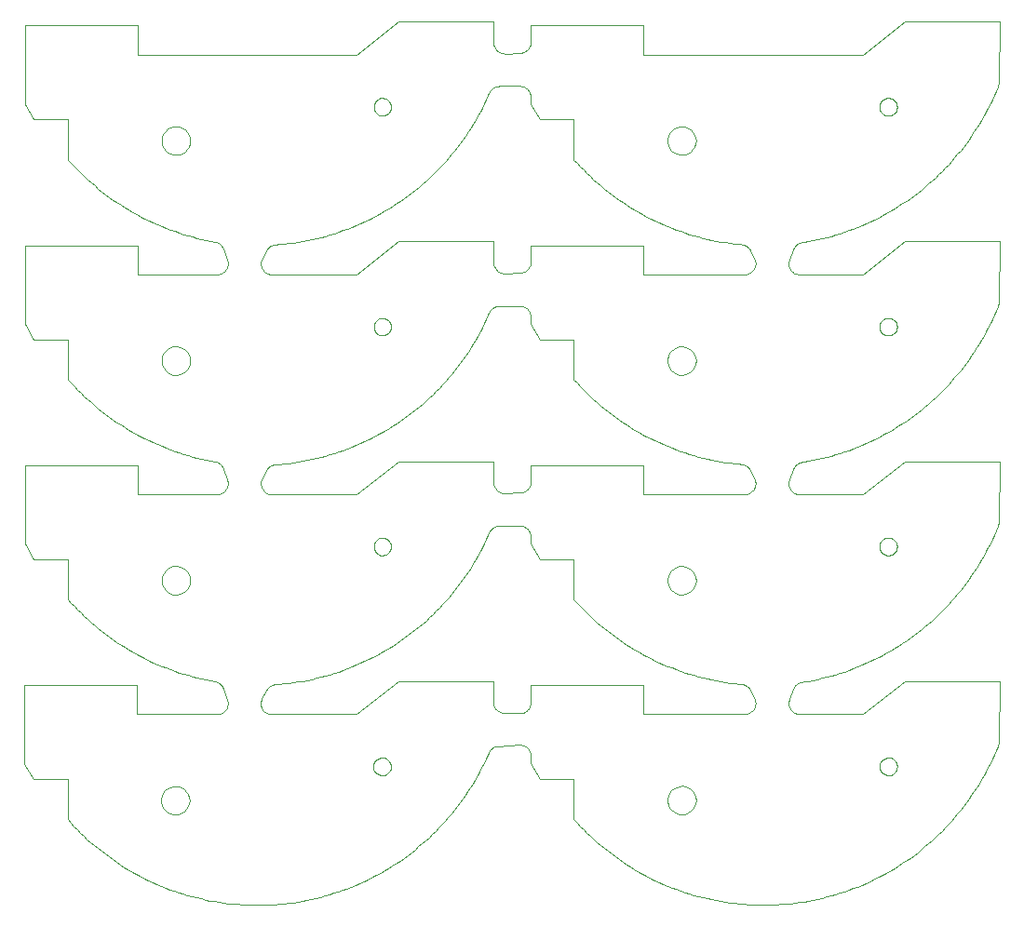
<source format=gko>
%MOIN*%
%OFA0B0*%
%FSLAX44Y44*%
%IPPOS*%
%LPD*%
%ADD10C,0*%
D10*
X00023561Y00026860D02*
X00023561Y00026860D01*
X00023450Y00026866D01*
X00023344Y00026896D01*
X00023246Y00026948D01*
X00023161Y00027020D01*
X00023094Y00027108D01*
X00023048Y00027208D01*
X00023024Y00027316D01*
X00023024Y00027427D01*
X00023048Y00027535D01*
X00023094Y00027635D01*
X00023161Y00027724D01*
X00023246Y00027795D01*
X00023344Y00027847D01*
X00023450Y00027877D01*
X00023561Y00027883D01*
X00023670Y00027865D01*
X00023773Y00027824D01*
X00023864Y00027762D01*
X00023940Y00027681D01*
X00023997Y00027586D01*
X00024033Y00027482D01*
X00024045Y00027372D01*
X00024033Y00027262D01*
X00023997Y00027157D01*
X00023940Y00027062D01*
X00023864Y00026981D01*
X00023773Y00026919D01*
X00023670Y00026878D01*
X00023561Y00026860D01*
X00030952Y00028268D02*
X00030952Y00028268D01*
X00030884Y00028271D01*
X00030818Y00028290D01*
X00030758Y00028321D01*
X00030706Y00028366D01*
X00030665Y00028420D01*
X00030636Y00028482D01*
X00030621Y00028548D01*
X00030621Y00028616D01*
X00030636Y00028683D01*
X00030665Y00028745D01*
X00030706Y00028799D01*
X00030758Y00028843D01*
X00030818Y00028875D01*
X00030884Y00028893D01*
X00030952Y00028897D01*
X00031019Y00028886D01*
X00031082Y00028860D01*
X00031138Y00028822D01*
X00031185Y00028773D01*
X00031220Y00028714D01*
X00031242Y00028650D01*
X00031250Y00028582D01*
X00031242Y00028514D01*
X00031220Y00028450D01*
X00031185Y00028392D01*
X00031138Y00028342D01*
X00031082Y00028304D01*
X00031019Y00028279D01*
X00030952Y00028268D01*
X00023561Y00018986D02*
X00023561Y00018986D01*
X00023450Y00018992D01*
X00023344Y00019022D01*
X00023246Y00019074D01*
X00023161Y00019146D01*
X00023094Y00019234D01*
X00023048Y00019334D01*
X00023024Y00019442D01*
X00023024Y00019553D01*
X00023048Y00019661D01*
X00023094Y00019761D01*
X00023161Y00019850D01*
X00023246Y00019921D01*
X00023344Y00019973D01*
X00023450Y00020003D01*
X00023561Y00020009D01*
X00023670Y00019991D01*
X00023773Y00019950D01*
X00023864Y00019888D01*
X00023940Y00019807D01*
X00023997Y00019712D01*
X00024033Y00019608D01*
X00024045Y00019498D01*
X00024033Y00019388D01*
X00023997Y00019283D01*
X00023940Y00019188D01*
X00023864Y00019107D01*
X00023773Y00019045D01*
X00023670Y00019004D01*
X00023561Y00018986D01*
X00030952Y00020394D02*
X00030952Y00020394D01*
X00030884Y00020397D01*
X00030818Y00020416D01*
X00030758Y00020447D01*
X00030706Y00020492D01*
X00030665Y00020546D01*
X00030636Y00020608D01*
X00030621Y00020674D01*
X00030621Y00020742D01*
X00030636Y00020809D01*
X00030665Y00020871D01*
X00030706Y00020925D01*
X00030758Y00020969D01*
X00030818Y00021001D01*
X00030884Y00021019D01*
X00030952Y00021023D01*
X00031019Y00021012D01*
X00031082Y00020986D01*
X00031138Y00020948D01*
X00031185Y00020899D01*
X00031220Y00020840D01*
X00031242Y00020776D01*
X00031250Y00020708D01*
X00031242Y00020640D01*
X00031220Y00020576D01*
X00031185Y00020518D01*
X00031138Y00020468D01*
X00031082Y00020430D01*
X00031019Y00020405D01*
X00030952Y00020394D01*
X00023561Y00011112D02*
X00023561Y00011112D01*
X00023450Y00011118D01*
X00023344Y00011148D01*
X00023246Y00011200D01*
X00023161Y00011272D01*
X00023094Y00011360D01*
X00023048Y00011460D01*
X00023024Y00011568D01*
X00023024Y00011679D01*
X00023048Y00011787D01*
X00023094Y00011887D01*
X00023161Y00011975D01*
X00023246Y00012047D01*
X00023344Y00012099D01*
X00023450Y00012129D01*
X00023561Y00012135D01*
X00023670Y00012117D01*
X00023773Y00012076D01*
X00023864Y00012014D01*
X00023940Y00011933D01*
X00023997Y00011838D01*
X00024033Y00011734D01*
X00024045Y00011624D01*
X00024033Y00011513D01*
X00023997Y00011409D01*
X00023940Y00011314D01*
X00023864Y00011233D01*
X00023773Y00011171D01*
X00023670Y00011130D01*
X00023561Y00011112D01*
X00030952Y00012520D02*
X00030952Y00012520D01*
X00030884Y00012523D01*
X00030818Y00012542D01*
X00030758Y00012573D01*
X00030706Y00012618D01*
X00030665Y00012672D01*
X00030636Y00012734D01*
X00030621Y00012800D01*
X00030621Y00012868D01*
X00030636Y00012935D01*
X00030665Y00012997D01*
X00030706Y00013051D01*
X00030758Y00013095D01*
X00030818Y00013127D01*
X00030884Y00013145D01*
X00030952Y00013149D01*
X00031019Y00013138D01*
X00031082Y00013112D01*
X00031138Y00013074D01*
X00031185Y00013025D01*
X00031220Y00012966D01*
X00031242Y00012902D01*
X00031250Y00012834D01*
X00031242Y00012766D01*
X00031220Y00012702D01*
X00031185Y00012644D01*
X00031138Y00012594D01*
X00031082Y00012556D01*
X00031019Y00012531D01*
X00030952Y00012520D01*
X00005450Y00026860D02*
X00005450Y00026860D01*
X00005340Y00026866D01*
X00005233Y00026896D01*
X00005136Y00026948D01*
X00005051Y00027020D01*
X00004984Y00027108D01*
X00004938Y00027208D01*
X00004914Y00027316D01*
X00004914Y00027427D01*
X00004938Y00027535D01*
X00004984Y00027635D01*
X00005051Y00027724D01*
X00005136Y00027795D01*
X00005233Y00027847D01*
X00005340Y00027877D01*
X00005450Y00027883D01*
X00005560Y00027865D01*
X00005662Y00027824D01*
X00005754Y00027762D01*
X00005830Y00027681D01*
X00005887Y00027586D01*
X00005923Y00027482D01*
X00005935Y00027372D01*
X00005923Y00027262D01*
X00005887Y00027157D01*
X00005830Y00027062D01*
X00005754Y00026981D01*
X00005662Y00026919D01*
X00005560Y00026878D01*
X00005450Y00026860D01*
X00012841Y00028268D02*
X00012841Y00028268D01*
X00012773Y00028271D01*
X00012708Y00028290D01*
X00012648Y00028321D01*
X00012596Y00028366D01*
X00012554Y00028420D01*
X00012526Y00028482D01*
X00012511Y00028548D01*
X00012511Y00028616D01*
X00012526Y00028683D01*
X00012554Y00028745D01*
X00012596Y00028799D01*
X00012648Y00028843D01*
X00012708Y00028875D01*
X00012773Y00028893D01*
X00012841Y00028897D01*
X00012909Y00028886D01*
X00012972Y00028860D01*
X00013028Y00028822D01*
X00013075Y00028773D01*
X00013110Y00028714D01*
X00013132Y00028650D01*
X00013139Y00028582D01*
X00013132Y00028514D01*
X00013110Y00028450D01*
X00013075Y00028392D01*
X00013028Y00028342D01*
X00012972Y00028304D01*
X00012909Y00028279D01*
X00012841Y00028268D01*
X00005450Y00018986D02*
X00005450Y00018986D01*
X00005340Y00018992D01*
X00005233Y00019022D01*
X00005136Y00019074D01*
X00005051Y00019146D01*
X00004984Y00019234D01*
X00004938Y00019334D01*
X00004914Y00019442D01*
X00004914Y00019553D01*
X00004938Y00019661D01*
X00004984Y00019761D01*
X00005051Y00019850D01*
X00005136Y00019921D01*
X00005233Y00019973D01*
X00005340Y00020003D01*
X00005450Y00020009D01*
X00005560Y00019991D01*
X00005662Y00019950D01*
X00005754Y00019888D01*
X00005830Y00019807D01*
X00005887Y00019712D01*
X00005923Y00019608D01*
X00005935Y00019498D01*
X00005923Y00019388D01*
X00005887Y00019283D01*
X00005830Y00019188D01*
X00005754Y00019107D01*
X00005662Y00019045D01*
X00005560Y00019004D01*
X00005450Y00018986D01*
X00012841Y00020394D02*
X00012841Y00020394D01*
X00012773Y00020397D01*
X00012708Y00020416D01*
X00012648Y00020447D01*
X00012596Y00020492D01*
X00012554Y00020546D01*
X00012526Y00020608D01*
X00012511Y00020674D01*
X00012511Y00020742D01*
X00012526Y00020809D01*
X00012554Y00020871D01*
X00012596Y00020925D01*
X00012648Y00020969D01*
X00012708Y00021001D01*
X00012773Y00021019D01*
X00012841Y00021023D01*
X00012909Y00021012D01*
X00012972Y00020986D01*
X00013028Y00020948D01*
X00013075Y00020899D01*
X00013110Y00020840D01*
X00013132Y00020776D01*
X00013139Y00020708D01*
X00013132Y00020640D01*
X00013110Y00020576D01*
X00013075Y00020518D01*
X00013028Y00020468D01*
X00012972Y00020430D01*
X00012909Y00020405D01*
X00012841Y00020394D01*
X00005450Y00011112D02*
X00005450Y00011112D01*
X00005340Y00011118D01*
X00005233Y00011148D01*
X00005136Y00011200D01*
X00005051Y00011272D01*
X00004984Y00011360D01*
X00004938Y00011460D01*
X00004914Y00011568D01*
X00004914Y00011679D01*
X00004938Y00011787D01*
X00004984Y00011887D01*
X00005051Y00011975D01*
X00005136Y00012047D01*
X00005233Y00012099D01*
X00005340Y00012129D01*
X00005450Y00012135D01*
X00005560Y00012117D01*
X00005662Y00012076D01*
X00005754Y00012014D01*
X00005830Y00011933D01*
X00005887Y00011838D01*
X00005923Y00011734D01*
X00005935Y00011624D01*
X00005923Y00011513D01*
X00005887Y00011409D01*
X00005830Y00011314D01*
X00005754Y00011233D01*
X00005662Y00011171D01*
X00005560Y00011130D01*
X00005450Y00011112D01*
X00012841Y00012520D02*
X00012841Y00012520D01*
X00012773Y00012523D01*
X00012708Y00012542D01*
X00012648Y00012573D01*
X00012596Y00012618D01*
X00012554Y00012672D01*
X00012526Y00012734D01*
X00012511Y00012800D01*
X00012511Y00012868D01*
X00012526Y00012935D01*
X00012554Y00012997D01*
X00012596Y00013051D01*
X00012648Y00013095D01*
X00012708Y00013127D01*
X00012773Y00013145D01*
X00012841Y00013149D01*
X00012909Y00013138D01*
X00012972Y00013112D01*
X00013028Y00013074D01*
X00013075Y00013025D01*
X00013110Y00012966D01*
X00013132Y00012902D01*
X00013139Y00012834D01*
X00013132Y00012766D01*
X00013110Y00012702D01*
X00013075Y00012644D01*
X00013028Y00012594D01*
X00012972Y00012556D01*
X00012909Y00012531D01*
X00012841Y00012520D01*
X00023561Y00003238D02*
X00023561Y00003238D01*
X00023450Y00003244D01*
X00023344Y00003274D01*
X00023246Y00003326D01*
X00023161Y00003398D01*
X00023094Y00003486D01*
X00023048Y00003586D01*
X00023024Y00003694D01*
X00023024Y00003805D01*
X00023048Y00003913D01*
X00023094Y00004013D01*
X00023161Y00004101D01*
X00023246Y00004173D01*
X00023344Y00004225D01*
X00023450Y00004255D01*
X00023561Y00004261D01*
X00023670Y00004243D01*
X00023773Y00004202D01*
X00023864Y00004140D01*
X00023940Y00004059D01*
X00023997Y00003964D01*
X00024033Y00003860D01*
X00024045Y00003750D01*
X00024033Y00003639D01*
X00023997Y00003535D01*
X00023940Y00003440D01*
X00023864Y00003359D01*
X00023773Y00003297D01*
X00023670Y00003256D01*
X00023561Y00003238D01*
X00030952Y00004646D02*
X00030952Y00004646D01*
X00030884Y00004649D01*
X00030818Y00004668D01*
X00030758Y00004699D01*
X00030706Y00004744D01*
X00030665Y00004798D01*
X00030636Y00004860D01*
X00030621Y00004926D01*
X00030621Y00004994D01*
X00030636Y00005061D01*
X00030665Y00005123D01*
X00030706Y00005177D01*
X00030758Y00005221D01*
X00030818Y00005253D01*
X00030884Y00005271D01*
X00030952Y00005275D01*
X00031019Y00005264D01*
X00031082Y00005238D01*
X00031138Y00005200D01*
X00031185Y00005151D01*
X00031220Y00005092D01*
X00031242Y00005028D01*
X00031250Y00004960D01*
X00031242Y00004892D01*
X00031220Y00004828D01*
X00031185Y00004770D01*
X00031138Y00004720D01*
X00031082Y00004682D01*
X00031019Y00004657D01*
X00030952Y00004646D01*
X00005431Y00003234D02*
X00005431Y00003234D01*
X00005320Y00003240D01*
X00005214Y00003270D01*
X00005116Y00003322D01*
X00005031Y00003393D01*
X00004964Y00003481D01*
X00004918Y00003582D01*
X00004894Y00003690D01*
X00004894Y00003801D01*
X00004918Y00003909D01*
X00004964Y00004009D01*
X00005031Y00004097D01*
X00005116Y00004169D01*
X00005214Y00004221D01*
X00005320Y00004250D01*
X00005431Y00004256D01*
X00005540Y00004238D01*
X00005643Y00004198D01*
X00005734Y00004135D01*
X00005810Y00004055D01*
X00005868Y00003960D01*
X00005903Y00003855D01*
X00005915Y00003745D01*
X00005903Y00003635D01*
X00005868Y00003530D01*
X00005810Y00003436D01*
X00005734Y00003355D01*
X00005643Y00003293D01*
X00005540Y00003252D01*
X00005431Y00003234D01*
X00012822Y00004641D02*
X00012822Y00004641D01*
X00012754Y00004645D01*
X00012688Y00004663D01*
X00012628Y00004695D01*
X00012576Y00004739D01*
X00012535Y00004794D01*
X00012506Y00004855D01*
X00012491Y00004922D01*
X00012491Y00004990D01*
X00012506Y00005057D01*
X00012535Y00005118D01*
X00012576Y00005173D01*
X00012628Y00005217D01*
X00012688Y00005249D01*
X00012754Y00005267D01*
X00012822Y00005270D01*
X00012889Y00005259D01*
X00012952Y00005234D01*
X00013009Y00005196D01*
X00013055Y00005147D01*
X00013090Y00005088D01*
X00013112Y00005024D01*
X00013120Y00004956D01*
X00013112Y00004888D01*
X00013090Y00004824D01*
X00013055Y00004765D01*
X00013009Y00004716D01*
X00012952Y00004678D01*
X00012889Y00004652D01*
X00012822Y00004641D01*
X00016618Y00005451D02*
X00016618Y00005451D01*
X00016627Y00005471D01*
X00016637Y00005490D01*
X00016648Y00005509D01*
X00016661Y00005527D01*
X00016674Y00005544D01*
X00016688Y00005561D01*
X00016703Y00005576D01*
X00016719Y00005591D01*
X00016736Y00005605D01*
X00016753Y00005618D01*
X00016771Y00005630D01*
X00016790Y00005641D01*
X00016810Y00005651D01*
X00016830Y00005660D01*
X00016850Y00005667D01*
X00016871Y00005674D01*
X00016892Y00005679D01*
X00016913Y00005684D01*
X00016935Y00005687D01*
X00016956Y00005689D01*
X00017713Y00005732D01*
X00017745Y00005733D01*
X00017777Y00005731D01*
X00017809Y00005726D01*
X00017840Y00005719D01*
X00017870Y00005709D01*
X00017900Y00005697D01*
X00017929Y00005683D01*
X00017956Y00005666D01*
X00017982Y00005647D01*
X00018006Y00005626D01*
X00018028Y00005603D01*
X00018049Y00005578D01*
X00018067Y00005552D01*
X00018083Y00005524D01*
X00018097Y00005495D01*
X00018109Y00005465D01*
X00018118Y00005435D01*
X00018124Y00005403D01*
X00018128Y00005371D01*
X00018129Y00005339D01*
X00018129Y00005059D01*
X00018444Y00004507D01*
X00019675Y00004507D01*
X00019675Y00003070D01*
X00019785Y00002947D01*
X00019899Y00002825D01*
X00020014Y00002706D01*
X00020131Y00002588D01*
X00020251Y00002473D01*
X00020373Y00002360D01*
X00020496Y00002249D01*
X00020622Y00002141D01*
X00020750Y00002035D01*
X00020879Y00001931D01*
X00021011Y00001830D01*
X00021144Y00001731D01*
X00021280Y00001634D01*
X00021416Y00001541D01*
X00021555Y00001449D01*
X00021695Y00001360D01*
X00021837Y00001274D01*
X00021981Y00001191D01*
X00022126Y00001110D01*
X00022272Y00001031D01*
X00022420Y00000956D01*
X00022569Y00000883D01*
X00022720Y00000813D01*
X00022871Y00000746D01*
X00023024Y00000681D01*
X00023179Y00000619D01*
X00023334Y00000561D01*
X00023490Y00000505D01*
X00023648Y00000451D01*
X00023806Y00000401D01*
X00023965Y00000354D01*
X00024125Y00000310D01*
X00024286Y00000268D01*
X00024447Y00000230D01*
X00024610Y00000194D01*
X00024772Y00000162D01*
X00024936Y00000133D01*
X00025100Y00000106D01*
X00025264Y00000083D01*
X00025429Y00000062D01*
X00025594Y00000045D01*
X00025759Y00000031D01*
X00025925Y00000019D01*
X00026091Y00000011D01*
X00026257Y00000006D01*
X00026423Y00000004D01*
X00026589Y00000005D01*
X00026755Y00000009D01*
X00026921Y00000016D01*
X00027087Y00000026D01*
X00027252Y00000039D01*
X00027417Y00000055D01*
X00027582Y00000074D01*
X00027747Y00000096D01*
X00027911Y00000122D01*
X00028075Y00000150D01*
X00028238Y00000181D01*
X00028400Y00000215D01*
X00028562Y00000253D01*
X00028723Y00000293D01*
X00028883Y00000336D01*
X00029043Y00000382D01*
X00029201Y00000431D01*
X00029359Y00000483D01*
X00029516Y00000538D01*
X00029672Y00000595D01*
X00029826Y00000656D01*
X00029980Y00000719D01*
X00030132Y00000785D01*
X00030283Y00000854D01*
X00030433Y00000926D01*
X00030581Y00001001D01*
X00030728Y00001078D01*
X00030874Y00001158D01*
X00031018Y00001240D01*
X00031160Y00001325D01*
X00031301Y00001413D01*
X00031441Y00001504D01*
X00031578Y00001597D01*
X00031714Y00001692D01*
X00031848Y00001790D01*
X00031980Y00001890D01*
X00032111Y00001993D01*
X00032239Y00002098D01*
X00032366Y00002206D01*
X00032490Y00002315D01*
X00032613Y00002427D01*
X00032733Y00002542D01*
X00032852Y00002658D01*
X00032968Y00002777D01*
X00033082Y00002898D01*
X00033194Y00003021D01*
X00033303Y00003145D01*
X00033410Y00003272D01*
X00033515Y00003401D01*
X00033617Y00003532D01*
X00033717Y00003664D01*
X00033815Y00003799D01*
X00033910Y00003935D01*
X00034002Y00004073D01*
X00034092Y00004212D01*
X00034179Y00004354D01*
X00034264Y00004496D01*
X00034346Y00004641D01*
X00034426Y00004786D01*
X00034503Y00004934D01*
X00034577Y00005082D01*
X00034648Y00005232D01*
X00034716Y00005383D01*
X00034782Y00005536D01*
X00034845Y00005690D01*
X00034905Y00005844D01*
X00034911Y00008011D01*
X00031515Y00008011D01*
X00030019Y00006830D01*
X00027758Y00006830D01*
X00027720Y00006832D01*
X00027682Y00006838D01*
X00027645Y00006847D01*
X00027609Y00006859D01*
X00027575Y00006875D01*
X00027542Y00006895D01*
X00027511Y00006917D01*
X00027482Y00006942D01*
X00027457Y00006970D01*
X00027433Y00007000D01*
X00027413Y00007033D01*
X00027397Y00007067D01*
X00027383Y00007102D01*
X00027373Y00007139D01*
X00027367Y00007177D01*
X00027364Y00007215D01*
X00027365Y00007253D01*
X00027370Y00007291D01*
X00027378Y00007328D01*
X00027390Y00007364D01*
X00027531Y00007735D01*
X00027539Y00007755D01*
X00027548Y00007773D01*
X00027557Y00007792D01*
X00027568Y00007809D01*
X00027580Y00007826D01*
X00027593Y00007843D01*
X00027606Y00007859D01*
X00027620Y00007874D01*
X00027635Y00007888D01*
X00027651Y00007902D01*
X00027668Y00007914D01*
X00027685Y00007926D01*
X00027703Y00007937D01*
X00027721Y00007947D01*
X00027740Y00007955D01*
X00027759Y00007963D01*
X00027778Y00007970D01*
X00027798Y00007976D01*
X00027819Y00007981D01*
X00027839Y00007985D01*
X00027911Y00007996D01*
X00028075Y00008024D01*
X00028238Y00008055D01*
X00028400Y00008089D01*
X00028562Y00008127D01*
X00028723Y00008167D01*
X00028883Y00008210D01*
X00029043Y00008256D01*
X00029201Y00008305D01*
X00029359Y00008357D01*
X00029516Y00008412D01*
X00029672Y00008469D01*
X00029826Y00008530D01*
X00029980Y00008593D01*
X00030132Y00008659D01*
X00030283Y00008728D01*
X00030433Y00008800D01*
X00030581Y00008875D01*
X00030728Y00008952D01*
X00030874Y00009032D01*
X00031018Y00009114D01*
X00031160Y00009199D01*
X00031301Y00009287D01*
X00031441Y00009378D01*
X00031578Y00009471D01*
X00031714Y00009566D01*
X00031848Y00009664D01*
X00031980Y00009764D01*
X00032111Y00009867D01*
X00032239Y00009972D01*
X00032366Y00010080D01*
X00032490Y00010189D01*
X00032613Y00010301D01*
X00032733Y00010416D01*
X00032852Y00010532D01*
X00032968Y00010651D01*
X00033082Y00010772D01*
X00033194Y00010895D01*
X00033303Y00011019D01*
X00033410Y00011146D01*
X00033515Y00011275D01*
X00033617Y00011406D01*
X00033717Y00011538D01*
X00033815Y00011673D01*
X00033910Y00011809D01*
X00034002Y00011947D01*
X00034092Y00012086D01*
X00034179Y00012228D01*
X00034264Y00012370D01*
X00034346Y00012515D01*
X00034426Y00012660D01*
X00034503Y00012808D01*
X00034577Y00012956D01*
X00034648Y00013106D01*
X00034716Y00013258D01*
X00034782Y00013410D01*
X00034845Y00013564D01*
X00034905Y00013718D01*
X00034911Y00015885D01*
X00031515Y00015885D01*
X00030019Y00014704D01*
X00027758Y00014704D01*
X00027720Y00014706D01*
X00027682Y00014712D01*
X00027645Y00014721D01*
X00027609Y00014733D01*
X00027575Y00014749D01*
X00027542Y00014769D01*
X00027511Y00014791D01*
X00027482Y00014816D01*
X00027457Y00014844D01*
X00027433Y00014874D01*
X00027413Y00014907D01*
X00027397Y00014941D01*
X00027383Y00014976D01*
X00027373Y00015013D01*
X00027367Y00015051D01*
X00027364Y00015089D01*
X00027365Y00015127D01*
X00027370Y00015165D01*
X00027378Y00015202D01*
X00027390Y00015238D01*
X00027531Y00015609D01*
X00027539Y00015629D01*
X00027548Y00015647D01*
X00027557Y00015666D01*
X00027568Y00015683D01*
X00027580Y00015700D01*
X00027593Y00015717D01*
X00027606Y00015733D01*
X00027620Y00015748D01*
X00027635Y00015762D01*
X00027651Y00015776D01*
X00027668Y00015788D01*
X00027685Y00015800D01*
X00027703Y00015811D01*
X00027721Y00015821D01*
X00027740Y00015829D01*
X00027759Y00015837D01*
X00027778Y00015844D01*
X00027798Y00015850D01*
X00027819Y00015855D01*
X00027839Y00015859D01*
X00027911Y00015870D01*
X00028075Y00015898D01*
X00028238Y00015929D01*
X00028400Y00015963D01*
X00028562Y00016001D01*
X00028723Y00016041D01*
X00028883Y00016084D01*
X00029043Y00016130D01*
X00029201Y00016179D01*
X00029359Y00016231D01*
X00029516Y00016286D01*
X00029672Y00016343D01*
X00029826Y00016404D01*
X00029980Y00016467D01*
X00030132Y00016534D01*
X00030283Y00016602D01*
X00030433Y00016674D01*
X00030581Y00016749D01*
X00030728Y00016826D01*
X00030874Y00016906D01*
X00031018Y00016988D01*
X00031160Y00017073D01*
X00031301Y00017161D01*
X00031441Y00017252D01*
X00031578Y00017345D01*
X00031714Y00017440D01*
X00031848Y00017538D01*
X00031980Y00017638D01*
X00032111Y00017741D01*
X00032239Y00017846D01*
X00032366Y00017954D01*
X00032490Y00018063D01*
X00032613Y00018175D01*
X00032733Y00018290D01*
X00032852Y00018406D01*
X00032968Y00018525D01*
X00033082Y00018646D01*
X00033194Y00018769D01*
X00033303Y00018893D01*
X00033410Y00019020D01*
X00033515Y00019149D01*
X00033617Y00019280D01*
X00033717Y00019412D01*
X00033815Y00019547D01*
X00033910Y00019683D01*
X00034002Y00019821D01*
X00034092Y00019960D01*
X00034179Y00020102D01*
X00034264Y00020244D01*
X00034346Y00020389D01*
X00034426Y00020534D01*
X00034503Y00020682D01*
X00034577Y00020830D01*
X00034648Y00020980D01*
X00034716Y00021132D01*
X00034782Y00021284D01*
X00034845Y00021438D01*
X00034905Y00021592D01*
X00034911Y00023759D01*
X00031515Y00023759D01*
X00030019Y00022578D01*
X00027758Y00022578D01*
X00027720Y00022580D01*
X00027682Y00022586D01*
X00027645Y00022595D01*
X00027609Y00022607D01*
X00027575Y00022623D01*
X00027542Y00022643D01*
X00027511Y00022665D01*
X00027482Y00022690D01*
X00027457Y00022718D01*
X00027433Y00022748D01*
X00027413Y00022781D01*
X00027397Y00022815D01*
X00027383Y00022851D01*
X00027373Y00022887D01*
X00027367Y00022925D01*
X00027364Y00022963D01*
X00027365Y00023001D01*
X00027370Y00023039D01*
X00027378Y00023076D01*
X00027390Y00023112D01*
X00027531Y00023483D01*
X00027539Y00023503D01*
X00027548Y00023521D01*
X00027557Y00023540D01*
X00027568Y00023557D01*
X00027580Y00023574D01*
X00027593Y00023591D01*
X00027606Y00023607D01*
X00027620Y00023622D01*
X00027635Y00023636D01*
X00027651Y00023650D01*
X00027668Y00023662D01*
X00027685Y00023674D01*
X00027703Y00023685D01*
X00027721Y00023695D01*
X00027740Y00023703D01*
X00027759Y00023711D01*
X00027778Y00023718D01*
X00027798Y00023724D01*
X00027819Y00023729D01*
X00027839Y00023733D01*
X00027911Y00023744D01*
X00028075Y00023772D01*
X00028238Y00023803D01*
X00028400Y00023837D01*
X00028562Y00023875D01*
X00028723Y00023915D01*
X00028883Y00023958D01*
X00029043Y00024004D01*
X00029201Y00024053D01*
X00029359Y00024105D01*
X00029516Y00024160D01*
X00029672Y00024217D01*
X00029826Y00024278D01*
X00029980Y00024341D01*
X00030132Y00024408D01*
X00030283Y00024476D01*
X00030433Y00024548D01*
X00030581Y00024623D01*
X00030728Y00024700D01*
X00030874Y00024780D01*
X00031018Y00024862D01*
X00031160Y00024947D01*
X00031301Y00025035D01*
X00031441Y00025126D01*
X00031578Y00025219D01*
X00031714Y00025314D01*
X00031848Y00025412D01*
X00031980Y00025512D01*
X00032111Y00025615D01*
X00032239Y00025720D01*
X00032366Y00025828D01*
X00032490Y00025937D01*
X00032613Y00026049D01*
X00032733Y00026164D01*
X00032852Y00026280D01*
X00032968Y00026399D01*
X00033082Y00026520D01*
X00033194Y00026643D01*
X00033303Y00026767D01*
X00033410Y00026894D01*
X00033515Y00027023D01*
X00033617Y00027154D01*
X00033717Y00027286D01*
X00033815Y00027421D01*
X00033910Y00027557D01*
X00034002Y00027695D01*
X00034092Y00027834D01*
X00034179Y00027976D01*
X00034264Y00028118D01*
X00034346Y00028263D01*
X00034426Y00028408D01*
X00034503Y00028556D01*
X00034577Y00028704D01*
X00034648Y00028854D01*
X00034716Y00029006D01*
X00034782Y00029158D01*
X00034845Y00029312D01*
X00034905Y00029466D01*
X00034911Y00031633D01*
X00031515Y00031633D01*
X00030019Y00030452D01*
X00022165Y00030452D01*
X00022165Y00031496D01*
X00018129Y00031496D01*
X00018129Y00030907D01*
X00018128Y00030877D01*
X00018125Y00030847D01*
X00018119Y00030818D01*
X00018111Y00030789D01*
X00018101Y00030760D01*
X00018089Y00030733D01*
X00018074Y00030706D01*
X00018058Y00030681D01*
X00018040Y00030657D01*
X00018020Y00030635D01*
X00017998Y00030614D01*
X00017975Y00030595D01*
X00017950Y00030577D01*
X00017925Y00030562D01*
X00017898Y00030548D01*
X00017870Y00030537D01*
X00017841Y00030528D01*
X00017812Y00030521D01*
X00017782Y00030516D01*
X00017752Y00030514D01*
X00017209Y00030491D01*
X00017177Y00030491D01*
X00017145Y00030494D01*
X00017114Y00030499D01*
X00017083Y00030506D01*
X00017053Y00030516D01*
X00017024Y00030529D01*
X00016995Y00030544D01*
X00016969Y00030561D01*
X00016943Y00030580D01*
X00016919Y00030601D01*
X00016897Y00030624D01*
X00016877Y00030648D01*
X00016859Y00030675D01*
X00016844Y00030702D01*
X00016830Y00030731D01*
X00016819Y00030761D01*
X00016810Y00030791D01*
X00016804Y00030822D01*
X00016800Y00030854D01*
X00016799Y00030886D01*
X00016801Y00031633D01*
X00013405Y00031633D01*
X00011909Y00030452D01*
X00004055Y00030452D01*
X00004055Y00031496D01*
X00000019Y00031496D01*
X00000019Y00028681D01*
X00000334Y00028129D01*
X00001564Y00028129D01*
X00001564Y00026692D01*
X00001675Y00026569D01*
X00001788Y00026447D01*
X00001904Y00026328D01*
X00002021Y00026210D01*
X00002141Y00026095D01*
X00002262Y00025982D01*
X00002386Y00025871D01*
X00002512Y00025763D01*
X00002640Y00025657D01*
X00002769Y00025553D01*
X00002901Y00025452D01*
X00003034Y00025353D01*
X00003169Y00025257D01*
X00003306Y00025163D01*
X00003445Y00025071D01*
X00003585Y00024982D01*
X00003727Y00024896D01*
X00003870Y00024813D01*
X00004015Y00024732D01*
X00004162Y00024653D01*
X00004310Y00024578D01*
X00004459Y00024505D01*
X00004609Y00024435D01*
X00004761Y00024368D01*
X00004914Y00024303D01*
X00005068Y00024241D01*
X00005224Y00024183D01*
X00005380Y00024127D01*
X00005537Y00024073D01*
X00005696Y00024023D01*
X00005855Y00023976D01*
X00006015Y00023932D01*
X00006176Y00023890D01*
X00006337Y00023852D01*
X00006499Y00023816D01*
X00006662Y00023784D01*
X00006817Y00023756D01*
X00006837Y00023752D01*
X00006857Y00023747D01*
X00006877Y00023740D01*
X00006897Y00023733D01*
X00006916Y00023725D01*
X00006934Y00023715D01*
X00006952Y00023705D01*
X00006970Y00023694D01*
X00006986Y00023681D01*
X00007002Y00023668D01*
X00007018Y00023655D01*
X00007033Y00023640D01*
X00007046Y00023625D01*
X00007060Y00023608D01*
X00007072Y00023592D01*
X00007083Y00023574D01*
X00007093Y00023556D01*
X00007103Y00023538D01*
X00007111Y00023519D01*
X00007119Y00023499D01*
X00007258Y00023103D01*
X00007269Y00023067D01*
X00007277Y00023030D01*
X00007280Y00022993D01*
X00007280Y00022955D01*
X00007277Y00022918D01*
X00007270Y00022881D01*
X00007260Y00022845D01*
X00007246Y00022810D01*
X00007229Y00022776D01*
X00007208Y00022744D01*
X00007185Y00022715D01*
X00007159Y00022688D01*
X00007131Y00022663D01*
X00007101Y00022641D01*
X00007068Y00022622D01*
X00007034Y00022607D01*
X00006998Y00022594D01*
X00006962Y00022585D01*
X00006925Y00022580D01*
X00006887Y00022578D01*
X00004055Y00022578D01*
X00004055Y00023622D01*
X00000019Y00023622D01*
X00000019Y00020807D01*
X00000334Y00020255D01*
X00001564Y00020255D01*
X00001564Y00018818D01*
X00001675Y00018695D01*
X00001788Y00018573D01*
X00001904Y00018454D01*
X00002021Y00018336D01*
X00002141Y00018221D01*
X00002262Y00018108D01*
X00002386Y00017997D01*
X00002512Y00017889D01*
X00002640Y00017783D01*
X00002769Y00017679D01*
X00002901Y00017578D01*
X00003034Y00017479D01*
X00003169Y00017383D01*
X00003306Y00017289D01*
X00003445Y00017197D01*
X00003585Y00017108D01*
X00003727Y00017022D01*
X00003870Y00016939D01*
X00004015Y00016858D01*
X00004162Y00016779D01*
X00004310Y00016704D01*
X00004459Y00016631D01*
X00004609Y00016561D01*
X00004761Y00016494D01*
X00004914Y00016429D01*
X00005068Y00016367D01*
X00005224Y00016309D01*
X00005380Y00016253D01*
X00005537Y00016199D01*
X00005696Y00016149D01*
X00005855Y00016102D01*
X00006015Y00016058D01*
X00006176Y00016016D01*
X00006337Y00015978D01*
X00006499Y00015942D01*
X00006662Y00015910D01*
X00006817Y00015882D01*
X00006837Y00015878D01*
X00006857Y00015873D01*
X00006877Y00015866D01*
X00006897Y00015859D01*
X00006916Y00015851D01*
X00006934Y00015841D01*
X00006952Y00015831D01*
X00006970Y00015820D01*
X00006986Y00015807D01*
X00007002Y00015794D01*
X00007018Y00015781D01*
X00007033Y00015766D01*
X00007046Y00015751D01*
X00007060Y00015734D01*
X00007072Y00015718D01*
X00007083Y00015700D01*
X00007093Y00015682D01*
X00007103Y00015664D01*
X00007111Y00015645D01*
X00007119Y00015625D01*
X00007258Y00015229D01*
X00007269Y00015193D01*
X00007277Y00015156D01*
X00007280Y00015119D01*
X00007280Y00015081D01*
X00007277Y00015044D01*
X00007270Y00015007D01*
X00007260Y00014971D01*
X00007246Y00014936D01*
X00007229Y00014902D01*
X00007208Y00014870D01*
X00007185Y00014841D01*
X00007159Y00014814D01*
X00007131Y00014789D01*
X00007101Y00014767D01*
X00007068Y00014748D01*
X00007034Y00014733D01*
X00006998Y00014720D01*
X00006962Y00014711D01*
X00006925Y00014706D01*
X00006887Y00014704D01*
X00004055Y00014704D01*
X00004055Y00015748D01*
X00000019Y00015748D01*
X00000019Y00012933D01*
X00000334Y00012381D01*
X00001564Y00012381D01*
X00001564Y00010944D01*
X00001675Y00010821D01*
X00001788Y00010699D01*
X00001904Y00010580D01*
X00002021Y00010462D01*
X00002141Y00010347D01*
X00002262Y00010234D01*
X00002386Y00010123D01*
X00002512Y00010015D01*
X00002640Y00009909D01*
X00002769Y00009805D01*
X00002901Y00009704D01*
X00003034Y00009605D01*
X00003169Y00009509D01*
X00003306Y00009415D01*
X00003445Y00009323D01*
X00003585Y00009234D01*
X00003727Y00009148D01*
X00003870Y00009065D01*
X00004015Y00008984D01*
X00004162Y00008905D01*
X00004310Y00008830D01*
X00004459Y00008757D01*
X00004609Y00008687D01*
X00004761Y00008620D01*
X00004914Y00008555D01*
X00005068Y00008493D01*
X00005224Y00008435D01*
X00005380Y00008379D01*
X00005537Y00008325D01*
X00005696Y00008275D01*
X00005855Y00008228D01*
X00006015Y00008184D01*
X00006176Y00008142D01*
X00006337Y00008104D01*
X00006499Y00008068D01*
X00006662Y00008036D01*
X00006817Y00008008D01*
X00006837Y00008004D01*
X00006857Y00007999D01*
X00006877Y00007992D01*
X00006896Y00007985D01*
X00006915Y00007977D01*
X00006934Y00007967D01*
X00006952Y00007957D01*
X00006969Y00007946D01*
X00006986Y00007934D01*
X00007002Y00007921D01*
X00007017Y00007907D01*
X00007032Y00007892D01*
X00007046Y00007877D01*
X00007059Y00007861D01*
X00007071Y00007844D01*
X00007083Y00007827D01*
X00007093Y00007809D01*
X00007102Y00007791D01*
X00007111Y00007772D01*
X00007118Y00007753D01*
X00007261Y00007352D01*
X00007272Y00007316D01*
X00007279Y00007279D01*
X00007283Y00007241D01*
X00007283Y00007204D01*
X00007280Y00007166D01*
X00007273Y00007129D01*
X00007263Y00007093D01*
X00007249Y00007058D01*
X00007232Y00007024D01*
X00007212Y00006993D01*
X00007188Y00006963D01*
X00007163Y00006936D01*
X00007134Y00006911D01*
X00007104Y00006889D01*
X00007071Y00006870D01*
X00007037Y00006854D01*
X00007001Y00006842D01*
X00006965Y00006833D01*
X00006927Y00006828D01*
X00006890Y00006826D01*
X00004035Y00006826D01*
X00004035Y00007869D01*
X00000000Y00007869D01*
X00000000Y00005054D01*
X00000314Y00004503D01*
X00001545Y00004503D01*
X00001545Y00003066D01*
X00001656Y00002943D01*
X00001769Y00002821D01*
X00001884Y00002701D01*
X00002001Y00002584D01*
X00002121Y00002469D01*
X00002243Y00002356D01*
X00002366Y00002245D01*
X00002492Y00002137D01*
X00002620Y00002031D01*
X00002749Y00001927D01*
X00002881Y00001826D01*
X00003014Y00001727D01*
X00003150Y00001630D01*
X00003287Y00001536D01*
X00003425Y00001445D01*
X00003565Y00001356D01*
X00003707Y00001270D01*
X00003851Y00001186D01*
X00003996Y00001105D01*
X00004142Y00001027D01*
X00004290Y00000952D01*
X00004439Y00000879D01*
X00004590Y00000809D01*
X00004742Y00000741D01*
X00004895Y00000677D01*
X00005049Y00000615D01*
X00005204Y00000556D01*
X00005360Y00000500D01*
X00005518Y00000447D01*
X00005676Y00000397D01*
X00005835Y00000350D01*
X00005995Y00000305D01*
X00006156Y00000264D01*
X00006317Y00000226D01*
X00006480Y00000190D01*
X00006642Y00000158D01*
X00006806Y00000128D01*
X00006970Y00000102D01*
X00007134Y00000078D01*
X00007299Y00000058D01*
X00007464Y00000041D01*
X00007629Y00000026D01*
X00007795Y00000015D01*
X00007961Y00000007D01*
X00008127Y00000002D01*
X00008293Y00000000D01*
X00008459Y00000000D01*
X00008625Y00000004D01*
X00008791Y00000011D01*
X00008957Y00000021D01*
X00009122Y00000035D01*
X00009287Y00000051D01*
X00009452Y00000070D01*
X00009617Y00000092D01*
X00009781Y00000117D01*
X00009945Y00000146D01*
X00010108Y00000177D01*
X00010270Y00000211D01*
X00010432Y00000248D01*
X00010593Y00000289D01*
X00010753Y00000332D01*
X00010913Y00000378D01*
X00011072Y00000427D01*
X00011229Y00000479D01*
X00011386Y00000534D01*
X00011542Y00000591D01*
X00011696Y00000652D01*
X00011850Y00000715D01*
X00012002Y00000781D01*
X00012153Y00000850D01*
X00012303Y00000922D01*
X00012451Y00000996D01*
X00012598Y00001074D01*
X00012744Y00001154D01*
X00012888Y00001236D01*
X00013030Y00001321D01*
X00013171Y00001409D01*
X00013311Y00001499D01*
X00013448Y00001592D01*
X00013584Y00001688D01*
X00013718Y00001786D01*
X00013850Y00001886D01*
X00013981Y00001989D01*
X00014109Y00002094D01*
X00014236Y00002201D01*
X00014361Y00002311D01*
X00014483Y00002423D01*
X00014603Y00002538D01*
X00014722Y00002654D01*
X00014838Y00002773D01*
X00014952Y00002893D01*
X00015064Y00003016D01*
X00015173Y00003141D01*
X00015280Y00003268D01*
X00015385Y00003397D01*
X00015487Y00003528D01*
X00015587Y00003660D01*
X00015685Y00003795D01*
X00015780Y00003931D01*
X00015872Y00004069D01*
X00015962Y00004208D01*
X00016050Y00004349D01*
X00016134Y00004492D01*
X00016216Y00004636D01*
X00016296Y00004782D01*
X00016373Y00004930D01*
X00016447Y00005078D01*
X00016518Y00005228D01*
X00016587Y00005379D01*
X00016618Y00005451D01*
X00016642Y00013340D02*
X00016642Y00013340D01*
X00016652Y00013361D01*
X00016662Y00013381D01*
X00016674Y00013401D01*
X00016687Y00013419D01*
X00016702Y00013437D01*
X00016717Y00013454D01*
X00016733Y00013471D01*
X00016750Y00013486D01*
X00016768Y00013500D01*
X00016787Y00013513D01*
X00016806Y00013525D01*
X00016826Y00013536D01*
X00016847Y00013546D01*
X00016868Y00013554D01*
X00016890Y00013561D01*
X00016912Y00013567D01*
X00016934Y00013572D01*
X00016957Y00013575D01*
X00016980Y00013577D01*
X00017002Y00013578D01*
X00017735Y00013580D01*
X00017766Y00013579D01*
X00017796Y00013575D01*
X00017827Y00013569D01*
X00017857Y00013561D01*
X00017886Y00013550D01*
X00017914Y00013537D01*
X00017941Y00013522D01*
X00017967Y00013505D01*
X00017991Y00013486D01*
X00018014Y00013465D01*
X00018035Y00013442D01*
X00018054Y00013418D01*
X00018071Y00013392D01*
X00018086Y00013365D01*
X00018099Y00013337D01*
X00018110Y00013308D01*
X00018119Y00013278D01*
X00018125Y00013248D01*
X00018128Y00013217D01*
X00018129Y00013186D01*
X00018129Y00012933D01*
X00018444Y00012381D01*
X00019675Y00012381D01*
X00019675Y00010944D01*
X00019785Y00010821D01*
X00019899Y00010699D01*
X00020014Y00010580D01*
X00020131Y00010462D01*
X00020251Y00010347D01*
X00020373Y00010234D01*
X00020496Y00010123D01*
X00020622Y00010015D01*
X00020750Y00009909D01*
X00020879Y00009805D01*
X00021011Y00009704D01*
X00021144Y00009605D01*
X00021280Y00009509D01*
X00021416Y00009415D01*
X00021555Y00009323D01*
X00021695Y00009234D01*
X00021837Y00009148D01*
X00021981Y00009065D01*
X00022126Y00008984D01*
X00022272Y00008905D01*
X00022420Y00008830D01*
X00022569Y00008757D01*
X00022720Y00008687D01*
X00022871Y00008620D01*
X00023024Y00008555D01*
X00023179Y00008493D01*
X00023334Y00008435D01*
X00023490Y00008379D01*
X00023648Y00008325D01*
X00023806Y00008275D01*
X00023965Y00008228D01*
X00024125Y00008184D01*
X00024286Y00008142D01*
X00024447Y00008104D01*
X00024610Y00008068D01*
X00024772Y00008036D01*
X00024936Y00008007D01*
X00025100Y00007980D01*
X00025264Y00007957D01*
X00025429Y00007936D01*
X00025594Y00007919D01*
X00025672Y00007912D01*
X00025692Y00007910D01*
X00025712Y00007907D01*
X00025732Y00007902D01*
X00025751Y00007897D01*
X00025770Y00007891D01*
X00025789Y00007883D01*
X00025807Y00007875D01*
X00025825Y00007866D01*
X00025843Y00007856D01*
X00025860Y00007845D01*
X00025876Y00007833D01*
X00025892Y00007821D01*
X00025907Y00007807D01*
X00025921Y00007793D01*
X00025935Y00007778D01*
X00025948Y00007763D01*
X00025960Y00007747D01*
X00025971Y00007730D01*
X00025981Y00007713D01*
X00025991Y00007695D01*
X00026137Y00007399D01*
X00026153Y00007362D01*
X00026166Y00007324D01*
X00026174Y00007285D01*
X00026178Y00007245D01*
X00026178Y00007205D01*
X00026174Y00007165D01*
X00026166Y00007126D01*
X00026154Y00007088D01*
X00026139Y00007051D01*
X00026119Y00007016D01*
X00026097Y00006984D01*
X00026071Y00006953D01*
X00026042Y00006926D01*
X00026010Y00006901D01*
X00025976Y00006880D01*
X00025940Y00006862D01*
X00025903Y00006848D01*
X00025864Y00006838D01*
X00025825Y00006832D01*
X00025785Y00006830D01*
X00022165Y00006830D01*
X00022165Y00007874D01*
X00018129Y00007874D01*
X00018129Y00007258D01*
X00018128Y00007227D01*
X00018124Y00007195D01*
X00018118Y00007164D01*
X00018109Y00007134D01*
X00018098Y00007104D01*
X00018085Y00007076D01*
X00018069Y00007049D01*
X00018051Y00007023D01*
X00018031Y00006998D01*
X00018010Y00006975D01*
X00017986Y00006954D01*
X00017961Y00006935D01*
X00017934Y00006918D01*
X00017906Y00006903D01*
X00017878Y00006891D01*
X00017848Y00006881D01*
X00017817Y00006873D01*
X00017786Y00006868D01*
X00017755Y00006865D01*
X00017723Y00006865D01*
X00017160Y00006883D01*
X00017130Y00006885D01*
X00017100Y00006889D01*
X00017070Y00006896D01*
X00017041Y00006905D01*
X00017013Y00006916D01*
X00016986Y00006930D01*
X00016960Y00006945D01*
X00016935Y00006963D01*
X00016911Y00006982D01*
X00016890Y00007003D01*
X00016869Y00007025D01*
X00016851Y00007049D01*
X00016834Y00007075D01*
X00016820Y00007102D01*
X00016808Y00007129D01*
X00016797Y00007158D01*
X00016789Y00007187D01*
X00016784Y00007217D01*
X00016780Y00007247D01*
X00016779Y00007277D01*
X00016781Y00008007D01*
X00013385Y00008007D01*
X00011889Y00006826D01*
X00008857Y00006826D01*
X00008817Y00006828D01*
X00008777Y00006834D01*
X00008738Y00006845D01*
X00008700Y00006859D01*
X00008664Y00006877D01*
X00008630Y00006899D01*
X00008598Y00006924D01*
X00008569Y00006952D01*
X00008543Y00006983D01*
X00008520Y00007016D01*
X00008501Y00007052D01*
X00008486Y00007089D01*
X00008474Y00007128D01*
X00008467Y00007168D01*
X00008464Y00007208D01*
X00008465Y00007249D01*
X00008470Y00007289D01*
X00008479Y00007328D01*
X00008492Y00007366D01*
X00008509Y00007403D01*
X00008660Y00007691D01*
X00008670Y00007708D01*
X00008680Y00007725D01*
X00008692Y00007741D01*
X00008704Y00007757D01*
X00008717Y00007772D01*
X00008731Y00007786D01*
X00008745Y00007800D01*
X00008760Y00007813D01*
X00008776Y00007825D01*
X00008792Y00007836D01*
X00008809Y00007847D01*
X00008826Y00007856D01*
X00008844Y00007865D01*
X00008862Y00007873D01*
X00008881Y00007880D01*
X00008900Y00007886D01*
X00008919Y00007891D01*
X00008938Y00007895D01*
X00008958Y00007898D01*
X00008977Y00007900D01*
X00009142Y00007913D01*
X00009307Y00007929D01*
X00009472Y00007948D01*
X00009637Y00007970D01*
X00009801Y00007996D01*
X00009964Y00008024D01*
X00010127Y00008055D01*
X00010290Y00008089D01*
X00010452Y00008127D01*
X00010613Y00008167D01*
X00010773Y00008210D01*
X00010933Y00008256D01*
X00011091Y00008305D01*
X00011249Y00008357D01*
X00011406Y00008412D01*
X00011561Y00008469D01*
X00011716Y00008530D01*
X00011869Y00008593D01*
X00012022Y00008659D01*
X00012173Y00008728D01*
X00012322Y00008800D01*
X00012471Y00008875D01*
X00012618Y00008952D01*
X00012763Y00009032D01*
X00012908Y00009114D01*
X00013050Y00009199D01*
X00013191Y00009287D01*
X00013330Y00009378D01*
X00013468Y00009471D01*
X00013604Y00009566D01*
X00013738Y00009664D01*
X00013870Y00009764D01*
X00014001Y00009867D01*
X00014129Y00009972D01*
X00014256Y00010080D01*
X00014380Y00010189D01*
X00014503Y00010301D01*
X00014623Y00010416D01*
X00014741Y00010532D01*
X00014858Y00010651D01*
X00014972Y00010772D01*
X00015083Y00010895D01*
X00015193Y00011019D01*
X00015300Y00011146D01*
X00015405Y00011275D01*
X00015507Y00011406D01*
X00015607Y00011538D01*
X00015704Y00011673D01*
X00015799Y00011809D01*
X00015892Y00011947D01*
X00015982Y00012086D01*
X00016069Y00012228D01*
X00016154Y00012370D01*
X00016236Y00012515D01*
X00016316Y00012660D01*
X00016392Y00012808D01*
X00016466Y00012956D01*
X00016538Y00013106D01*
X00016606Y00013258D01*
X00016642Y00013340D01*
X00016642Y00021214D02*
X00016642Y00021214D01*
X00016652Y00021235D01*
X00016662Y00021255D01*
X00016674Y00021275D01*
X00016687Y00021293D01*
X00016702Y00021311D01*
X00016717Y00021328D01*
X00016733Y00021345D01*
X00016750Y00021360D01*
X00016768Y00021374D01*
X00016787Y00021387D01*
X00016806Y00021399D01*
X00016826Y00021410D01*
X00016847Y00021420D01*
X00016868Y00021428D01*
X00016890Y00021435D01*
X00016912Y00021441D01*
X00016934Y00021446D01*
X00016957Y00021449D01*
X00016980Y00021451D01*
X00017002Y00021452D01*
X00017735Y00021454D01*
X00017766Y00021453D01*
X00017796Y00021449D01*
X00017827Y00021443D01*
X00017857Y00021435D01*
X00017886Y00021424D01*
X00017914Y00021411D01*
X00017941Y00021396D01*
X00017967Y00021379D01*
X00017991Y00021360D01*
X00018014Y00021339D01*
X00018035Y00021316D01*
X00018054Y00021292D01*
X00018071Y00021266D01*
X00018086Y00021239D01*
X00018099Y00021211D01*
X00018110Y00021182D01*
X00018119Y00021152D01*
X00018125Y00021122D01*
X00018128Y00021091D01*
X00018129Y00021060D01*
X00018129Y00020807D01*
X00018444Y00020255D01*
X00019675Y00020255D01*
X00019675Y00018818D01*
X00019785Y00018695D01*
X00019899Y00018573D01*
X00020014Y00018454D01*
X00020131Y00018336D01*
X00020251Y00018221D01*
X00020373Y00018108D01*
X00020496Y00017997D01*
X00020622Y00017889D01*
X00020750Y00017783D01*
X00020879Y00017679D01*
X00021011Y00017578D01*
X00021144Y00017479D01*
X00021280Y00017383D01*
X00021416Y00017289D01*
X00021555Y00017197D01*
X00021695Y00017108D01*
X00021837Y00017022D01*
X00021981Y00016939D01*
X00022126Y00016858D01*
X00022272Y00016779D01*
X00022420Y00016704D01*
X00022569Y00016631D01*
X00022720Y00016561D01*
X00022871Y00016494D01*
X00023024Y00016429D01*
X00023179Y00016367D01*
X00023334Y00016309D01*
X00023490Y00016253D01*
X00023648Y00016199D01*
X00023806Y00016149D01*
X00023965Y00016102D01*
X00024125Y00016058D01*
X00024286Y00016016D01*
X00024447Y00015978D01*
X00024610Y00015942D01*
X00024772Y00015910D01*
X00024936Y00015881D01*
X00025100Y00015854D01*
X00025264Y00015831D01*
X00025429Y00015810D01*
X00025594Y00015793D01*
X00025672Y00015786D01*
X00025692Y00015784D01*
X00025712Y00015781D01*
X00025732Y00015776D01*
X00025751Y00015771D01*
X00025770Y00015765D01*
X00025789Y00015757D01*
X00025807Y00015749D01*
X00025825Y00015740D01*
X00025843Y00015730D01*
X00025860Y00015719D01*
X00025876Y00015707D01*
X00025892Y00015695D01*
X00025907Y00015681D01*
X00025921Y00015667D01*
X00025935Y00015652D01*
X00025948Y00015637D01*
X00025960Y00015621D01*
X00025971Y00015604D01*
X00025981Y00015587D01*
X00025991Y00015569D01*
X00026137Y00015273D01*
X00026153Y00015236D01*
X00026166Y00015198D01*
X00026174Y00015159D01*
X00026178Y00015119D01*
X00026178Y00015079D01*
X00026174Y00015039D01*
X00026166Y00015000D01*
X00026154Y00014962D01*
X00026139Y00014925D01*
X00026119Y00014890D01*
X00026097Y00014858D01*
X00026071Y00014827D01*
X00026042Y00014800D01*
X00026010Y00014775D01*
X00025976Y00014754D01*
X00025940Y00014736D01*
X00025903Y00014722D01*
X00025864Y00014712D01*
X00025825Y00014706D01*
X00025785Y00014704D01*
X00022165Y00014704D01*
X00022165Y00015748D01*
X00018129Y00015748D01*
X00018129Y00015159D01*
X00018128Y00015129D01*
X00018125Y00015099D01*
X00018119Y00015070D01*
X00018111Y00015041D01*
X00018101Y00015012D01*
X00018089Y00014985D01*
X00018074Y00014958D01*
X00018058Y00014933D01*
X00018040Y00014909D01*
X00018020Y00014887D01*
X00017998Y00014866D01*
X00017975Y00014846D01*
X00017950Y00014829D01*
X00017925Y00014814D01*
X00017898Y00014800D01*
X00017870Y00014789D01*
X00017841Y00014780D01*
X00017812Y00014773D01*
X00017782Y00014768D01*
X00017752Y00014766D01*
X00017209Y00014743D01*
X00017177Y00014743D01*
X00017145Y00014746D01*
X00017114Y00014751D01*
X00017083Y00014758D01*
X00017053Y00014768D01*
X00017024Y00014781D01*
X00016995Y00014796D01*
X00016969Y00014813D01*
X00016943Y00014832D01*
X00016919Y00014853D01*
X00016897Y00014876D01*
X00016877Y00014900D01*
X00016859Y00014927D01*
X00016844Y00014954D01*
X00016830Y00014983D01*
X00016819Y00015013D01*
X00016810Y00015043D01*
X00016804Y00015074D01*
X00016800Y00015106D01*
X00016799Y00015138D01*
X00016801Y00015885D01*
X00013405Y00015885D01*
X00011909Y00014704D01*
X00008860Y00014704D01*
X00008820Y00014706D01*
X00008780Y00014712D01*
X00008741Y00014723D01*
X00008703Y00014737D01*
X00008667Y00014755D01*
X00008632Y00014777D01*
X00008601Y00014802D01*
X00008572Y00014830D01*
X00008546Y00014861D01*
X00008523Y00014894D01*
X00008504Y00014930D01*
X00008489Y00014967D01*
X00008477Y00015006D01*
X00008470Y00015046D01*
X00008466Y00015086D01*
X00008467Y00015126D01*
X00008472Y00015166D01*
X00008481Y00015206D01*
X00008494Y00015244D01*
X00008511Y00015281D01*
X00008660Y00015564D01*
X00008670Y00015581D01*
X00008680Y00015598D01*
X00008691Y00015615D01*
X00008704Y00015630D01*
X00008717Y00015645D01*
X00008730Y00015660D01*
X00008745Y00015673D01*
X00008760Y00015686D01*
X00008775Y00015699D01*
X00008792Y00015710D01*
X00008808Y00015720D01*
X00008826Y00015730D01*
X00008844Y00015739D01*
X00008862Y00015747D01*
X00008880Y00015754D01*
X00008899Y00015760D01*
X00008919Y00015765D01*
X00008938Y00015769D01*
X00008958Y00015772D01*
X00008977Y00015774D01*
X00009142Y00015787D01*
X00009307Y00015803D01*
X00009472Y00015822D01*
X00009637Y00015844D01*
X00009801Y00015870D01*
X00009964Y00015898D01*
X00010127Y00015929D01*
X00010290Y00015963D01*
X00010452Y00016001D01*
X00010613Y00016041D01*
X00010773Y00016084D01*
X00010933Y00016130D01*
X00011091Y00016179D01*
X00011249Y00016231D01*
X00011406Y00016286D01*
X00011561Y00016343D01*
X00011716Y00016404D01*
X00011869Y00016467D01*
X00012022Y00016534D01*
X00012173Y00016602D01*
X00012322Y00016674D01*
X00012471Y00016749D01*
X00012618Y00016826D01*
X00012763Y00016906D01*
X00012908Y00016988D01*
X00013050Y00017073D01*
X00013191Y00017161D01*
X00013330Y00017252D01*
X00013468Y00017345D01*
X00013604Y00017440D01*
X00013738Y00017538D01*
X00013870Y00017638D01*
X00014001Y00017741D01*
X00014129Y00017846D01*
X00014256Y00017954D01*
X00014380Y00018063D01*
X00014503Y00018175D01*
X00014623Y00018290D01*
X00014741Y00018406D01*
X00014858Y00018525D01*
X00014972Y00018646D01*
X00015083Y00018769D01*
X00015193Y00018893D01*
X00015300Y00019020D01*
X00015405Y00019149D01*
X00015507Y00019280D01*
X00015607Y00019412D01*
X00015704Y00019547D01*
X00015799Y00019683D01*
X00015892Y00019821D01*
X00015982Y00019960D01*
X00016069Y00020102D01*
X00016154Y00020244D01*
X00016236Y00020389D01*
X00016316Y00020534D01*
X00016392Y00020682D01*
X00016466Y00020830D01*
X00016538Y00020980D01*
X00016606Y00021132D01*
X00016642Y00021214D01*
X00016642Y00029088D02*
X00016642Y00029088D01*
X00016652Y00029109D01*
X00016662Y00029129D01*
X00016674Y00029149D01*
X00016687Y00029167D01*
X00016702Y00029185D01*
X00016717Y00029202D01*
X00016733Y00029219D01*
X00016750Y00029234D01*
X00016768Y00029248D01*
X00016787Y00029261D01*
X00016806Y00029273D01*
X00016826Y00029284D01*
X00016847Y00029294D01*
X00016868Y00029302D01*
X00016890Y00029309D01*
X00016912Y00029315D01*
X00016934Y00029320D01*
X00016957Y00029323D01*
X00016980Y00029325D01*
X00017002Y00029326D01*
X00017735Y00029328D01*
X00017766Y00029327D01*
X00017796Y00029323D01*
X00017827Y00029317D01*
X00017857Y00029309D01*
X00017886Y00029298D01*
X00017914Y00029285D01*
X00017941Y00029270D01*
X00017967Y00029253D01*
X00017991Y00029234D01*
X00018014Y00029213D01*
X00018035Y00029190D01*
X00018054Y00029166D01*
X00018071Y00029140D01*
X00018086Y00029113D01*
X00018099Y00029085D01*
X00018110Y00029056D01*
X00018119Y00029026D01*
X00018125Y00028996D01*
X00018128Y00028965D01*
X00018129Y00028934D01*
X00018129Y00028681D01*
X00018444Y00028129D01*
X00019675Y00028129D01*
X00019675Y00026692D01*
X00019785Y00026569D01*
X00019899Y00026447D01*
X00020014Y00026328D01*
X00020131Y00026210D01*
X00020251Y00026095D01*
X00020373Y00025982D01*
X00020496Y00025871D01*
X00020622Y00025763D01*
X00020750Y00025657D01*
X00020879Y00025553D01*
X00021011Y00025452D01*
X00021144Y00025353D01*
X00021280Y00025257D01*
X00021416Y00025163D01*
X00021555Y00025071D01*
X00021695Y00024982D01*
X00021837Y00024896D01*
X00021981Y00024813D01*
X00022126Y00024732D01*
X00022272Y00024653D01*
X00022420Y00024578D01*
X00022569Y00024505D01*
X00022720Y00024435D01*
X00022871Y00024368D01*
X00023024Y00024303D01*
X00023179Y00024241D01*
X00023334Y00024183D01*
X00023490Y00024127D01*
X00023648Y00024073D01*
X00023806Y00024023D01*
X00023965Y00023976D01*
X00024125Y00023932D01*
X00024286Y00023890D01*
X00024447Y00023852D01*
X00024610Y00023816D01*
X00024772Y00023784D01*
X00024936Y00023755D01*
X00025100Y00023728D01*
X00025264Y00023705D01*
X00025429Y00023684D01*
X00025594Y00023667D01*
X00025672Y00023660D01*
X00025692Y00023658D01*
X00025712Y00023655D01*
X00025732Y00023650D01*
X00025751Y00023645D01*
X00025770Y00023639D01*
X00025789Y00023632D01*
X00025807Y00023623D01*
X00025825Y00023614D01*
X00025843Y00023604D01*
X00025860Y00023593D01*
X00025876Y00023581D01*
X00025892Y00023569D01*
X00025907Y00023555D01*
X00025921Y00023541D01*
X00025935Y00023526D01*
X00025948Y00023511D01*
X00025960Y00023495D01*
X00025971Y00023478D01*
X00025981Y00023461D01*
X00025991Y00023443D01*
X00026137Y00023147D01*
X00026153Y00023110D01*
X00026166Y00023072D01*
X00026174Y00023033D01*
X00026178Y00022993D01*
X00026178Y00022953D01*
X00026174Y00022913D01*
X00026166Y00022874D01*
X00026154Y00022836D01*
X00026139Y00022799D01*
X00026119Y00022764D01*
X00026097Y00022732D01*
X00026071Y00022701D01*
X00026042Y00022674D01*
X00026010Y00022649D01*
X00025976Y00022628D01*
X00025940Y00022610D01*
X00025903Y00022596D01*
X00025864Y00022586D01*
X00025825Y00022580D01*
X00025785Y00022578D01*
X00022165Y00022578D01*
X00022165Y00023622D01*
X00018129Y00023622D01*
X00018129Y00023033D01*
X00018128Y00023003D01*
X00018125Y00022973D01*
X00018119Y00022944D01*
X00018111Y00022915D01*
X00018101Y00022886D01*
X00018089Y00022859D01*
X00018074Y00022832D01*
X00018058Y00022807D01*
X00018040Y00022783D01*
X00018020Y00022761D01*
X00017998Y00022740D01*
X00017975Y00022721D01*
X00017950Y00022703D01*
X00017925Y00022688D01*
X00017898Y00022674D01*
X00017870Y00022663D01*
X00017841Y00022654D01*
X00017812Y00022647D01*
X00017782Y00022642D01*
X00017752Y00022640D01*
X00017209Y00022617D01*
X00017177Y00022617D01*
X00017145Y00022620D01*
X00017114Y00022625D01*
X00017083Y00022632D01*
X00017053Y00022642D01*
X00017024Y00022655D01*
X00016995Y00022670D01*
X00016969Y00022687D01*
X00016943Y00022706D01*
X00016919Y00022727D01*
X00016897Y00022750D01*
X00016877Y00022774D01*
X00016859Y00022801D01*
X00016844Y00022828D01*
X00016830Y00022857D01*
X00016819Y00022887D01*
X00016810Y00022917D01*
X00016804Y00022948D01*
X00016800Y00022980D01*
X00016799Y00023012D01*
X00016801Y00023759D01*
X00013405Y00023759D01*
X00011909Y00022578D01*
X00008860Y00022578D01*
X00008820Y00022580D01*
X00008780Y00022587D01*
X00008741Y00022597D01*
X00008703Y00022611D01*
X00008667Y00022629D01*
X00008632Y00022651D01*
X00008601Y00022676D01*
X00008572Y00022704D01*
X00008546Y00022735D01*
X00008523Y00022768D01*
X00008504Y00022804D01*
X00008489Y00022841D01*
X00008477Y00022880D01*
X00008470Y00022920D01*
X00008466Y00022960D01*
X00008467Y00023000D01*
X00008472Y00023040D01*
X00008481Y00023080D01*
X00008494Y00023118D01*
X00008511Y00023155D01*
X00008660Y00023438D01*
X00008670Y00023455D01*
X00008680Y00023472D01*
X00008691Y00023489D01*
X00008704Y00023504D01*
X00008717Y00023519D01*
X00008730Y00023534D01*
X00008745Y00023547D01*
X00008760Y00023560D01*
X00008775Y00023573D01*
X00008792Y00023584D01*
X00008808Y00023594D01*
X00008826Y00023604D01*
X00008844Y00023613D01*
X00008862Y00023621D01*
X00008880Y00023628D01*
X00008899Y00023634D01*
X00008919Y00023639D01*
X00008938Y00023643D01*
X00008958Y00023646D01*
X00008977Y00023648D01*
X00009142Y00023661D01*
X00009307Y00023677D01*
X00009472Y00023696D01*
X00009637Y00023718D01*
X00009801Y00023744D01*
X00009964Y00023772D01*
X00010127Y00023803D01*
X00010290Y00023837D01*
X00010452Y00023875D01*
X00010613Y00023915D01*
X00010773Y00023958D01*
X00010933Y00024004D01*
X00011091Y00024053D01*
X00011249Y00024105D01*
X00011406Y00024160D01*
X00011561Y00024217D01*
X00011716Y00024278D01*
X00011869Y00024341D01*
X00012022Y00024408D01*
X00012173Y00024476D01*
X00012322Y00024548D01*
X00012471Y00024623D01*
X00012618Y00024700D01*
X00012763Y00024780D01*
X00012908Y00024862D01*
X00013050Y00024947D01*
X00013191Y00025035D01*
X00013330Y00025126D01*
X00013468Y00025219D01*
X00013604Y00025314D01*
X00013738Y00025412D01*
X00013870Y00025512D01*
X00014001Y00025615D01*
X00014129Y00025720D01*
X00014256Y00025828D01*
X00014380Y00025937D01*
X00014503Y00026049D01*
X00014623Y00026164D01*
X00014741Y00026280D01*
X00014858Y00026399D01*
X00014972Y00026520D01*
X00015083Y00026643D01*
X00015193Y00026767D01*
X00015300Y00026894D01*
X00015405Y00027023D01*
X00015507Y00027154D01*
X00015607Y00027286D01*
X00015704Y00027421D01*
X00015799Y00027557D01*
X00015892Y00027695D01*
X00015982Y00027834D01*
X00016069Y00027976D01*
X00016154Y00028118D01*
X00016236Y00028263D01*
X00016316Y00028408D01*
X00016392Y00028556D01*
X00016466Y00028704D01*
X00016538Y00028854D01*
X00016606Y00029006D01*
X00016642Y00029088D01*
M02*
</source>
